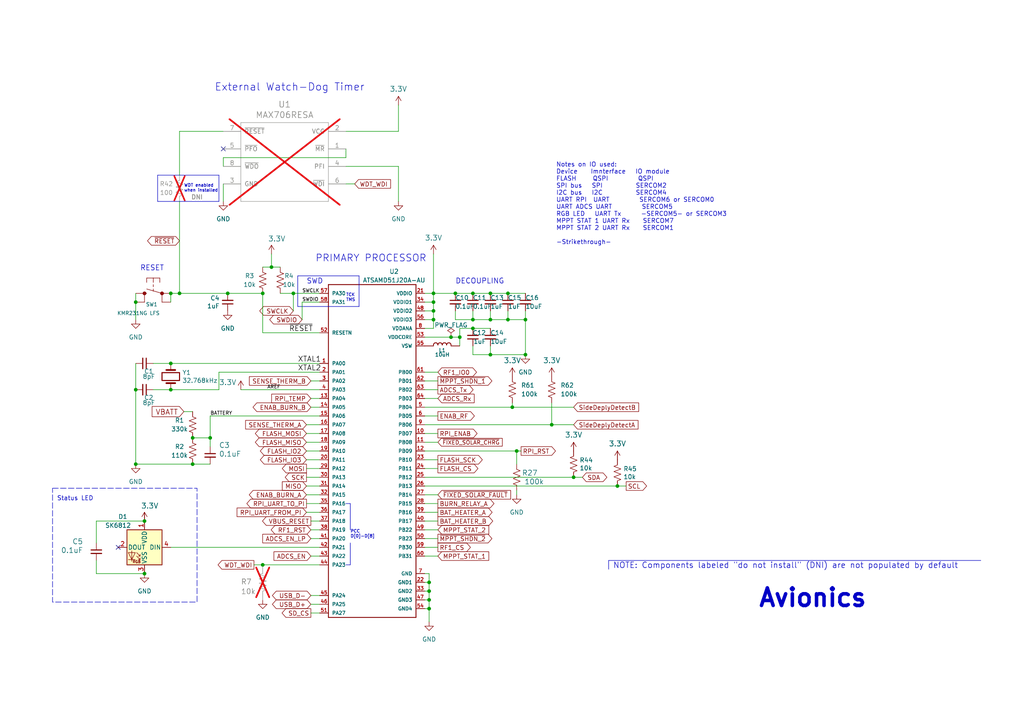
<source format=kicad_sch>
(kicad_sch (version 20230121) (generator eeschema)
  (paper "A4")
  (title_block (title "PyCubed Mainboard") (date "2024-05-14") (rev "v06b") (company "Stanford Student Space Initiative") (comment 1 "Ethan Brinser"))
  (lib_symbols
    (symbol "Device:Crystal" (pin_numbers hide) (pin_names (offset 1.016) hide)
      (property "Reference" "Y" (at 0 3.81 0))
      (property "Value" "Crystal" (at 0 -3.81 0))
      (symbol "Crystal_0_1"
        (rectangle (start -1.143 2.54) (end 1.143 -2.54) (stroke (width 0.3048)))
        (polyline (pts (xy -2.54 0) (xy -1.905 0)))
        (polyline (pts (xy -1.905 -1.27) (xy -1.905 1.27)) (stroke (width 0.508)))
        (polyline (pts (xy 1.905 -1.27) (xy 1.905 1.27)) (stroke (width 0.508)))
        (polyline (pts (xy 2.54 0) (xy 1.905 0)))
      )
      (symbol "Crystal_1_1"
        (pin passive line (at -3.81 0 0) (length 1.27) (name "1") (number "1"))
        (pin passive line (at 3.81 0 180) (length 1.27) (name "2") (number "2"))
      )
    )
    (symbol "Device:R_US" (pin_numbers hide) (pin_names (offset 0))
      (property "Reference" "R" (at 2.54 0 90))
      (property "Value" "R_US" (at -2.54 0 90))
      (symbol "R_US_0_1"
        (polyline (pts (xy 0 -2.286) (xy 0 -2.54)))
        (polyline (pts (xy 0 2.286) (xy 0 2.54)))
        (polyline (pts (xy 0 -0.762) (xy 1.016 -1.143) (xy 0 -1.524) (xy -1.016 -1.905) (xy 0 -2.286)))
        (polyline (pts (xy 0 0.762) (xy 1.016 0.381) (xy 0 0) (xy -1.016 -0.381) (xy 0 -0.762)))
        (polyline (pts (xy 0 2.286) (xy 1.016 1.905) (xy 0 1.524) (xy -1.016 1.143) (xy 0 0.762)))
      )
      (symbol "R_US_1_1"
        (pin passive line (at 0 3.81 270) (length 1.27) (name "~") (number "1"))
        (pin passive line (at 0 -3.81 90) (length 1.27) (name "~") (number "2"))
      )
    )
    (symbol "LED:WS2812B" (pin_names (offset 0.254))
      (property "Reference" "D" (at 5.08 5.715 0))
      (property "Value" "WS2812B" (at 1.27 -5.715 0))
      (symbol "WS2812B_0_0"
        (text "RGB" (at 2.286 -4.191 0) (effects (font (size 0.762 0.762))))
      )
      (symbol "WS2812B_0_1"
        (polyline (pts (xy 1.27 -3.556) (xy 1.778 -3.556)))
        (polyline (pts (xy 1.27 -2.54) (xy 1.778 -2.54)))
        (polyline (pts (xy 4.699 -3.556) (xy 2.667 -3.556)))
        (polyline (pts (xy 2.286 -2.54) (xy 1.27 -3.556) (xy 1.27 -3.048)))
        (polyline (pts (xy 2.286 -1.524) (xy 1.27 -2.54) (xy 1.27 -2.032)))
        (polyline (pts (xy 3.683 -1.016) (xy 3.683 -3.556) (xy 3.683 -4.064)))
        (polyline (pts (xy 4.699 -1.524) (xy 2.667 -1.524) (xy 3.683 -3.556) (xy 4.699 -1.524)))
        (rectangle (start 5.08 5.08) (end -5.08 -5.08) (stroke (width 0.254)) (fill (type background)))
      )
      (symbol "WS2812B_1_1"
        (pin power_in line (at 0 7.62 270) (length 2.54) (name "VDD") (number "1"))
        (pin output line (at 7.62 0 180) (length 2.54) (name "DOUT") (number "2"))
        (pin power_in line (at 0 -7.62 90) (length 2.54) (name "VSS") (number "3"))
        (pin input line (at -7.62 0 0) (length 2.54) (name "DIN") (number "4"))
      )
    )
    (symbol "mainboard:3.3V" (power) (pin_names (offset 1.016))
      (property "Value" "3.3V" (at -1.016 3.556 0))
      (symbol "3.3V_1_0"
        (polyline (pts (xy 0 2.54) (xy -0.762 1.27)))
        (polyline (pts (xy 0.762 1.27) (xy 0 2.54)))
        (pin power_in line (at 0 0 90) (length 2.54) (name "3.3V") (number "1"))
      )
    )
    (symbol "mainboard:ATSAMD51J20A-AU" (pin_names (offset 1.016))
      (property "Reference" "U" (at -12.7254 48.4124 0))
      (property "Value" "ATSAMD51J20A-AU" (at -12.7254 -50.8762 0))
      (symbol "ATSAMD51J20A-AU_0_0"
        (polyline (pts (xy -12.7 -48.26) (xy 12.7 -48.26)) (stroke (width 0.254)))
        (polyline (pts (xy -12.7 48.26) (xy -12.7 -48.26)) (stroke (width 0.254)))
        (polyline (pts (xy 12.7 -48.26) (xy 12.7 48.26)) (stroke (width 0.254)))
        (polyline (pts (xy 12.7 48.26) (xy -12.7 48.26)) (stroke (width 0.254)))
        (pin bidirectional line (at -15.24 25.4 0) (length 2.54) (name "PA00") (number "1"))
        (pin bidirectional line (at 15.24 5.08 180) (length 2.54) (name "PB07") (number "10"))
        (pin bidirectional line (at 15.24 2.54 180) (length 2.54) (name "PB08") (number "11"))
        (pin bidirectional line (at 15.24 0 180) (length 2.54) (name "PB09") (number "12"))
        (pin bidirectional line (at -15.24 15.24 0) (length 2.54) (name "PA04") (number "13"))
        (pin bidirectional line (at -15.24 12.7 0) (length 2.54) (name "PA05") (number "14"))
        (pin bidirectional line (at -15.24 10.16 0) (length 2.54) (name "PA06") (number "15"))
        (pin bidirectional line (at -15.24 7.62 0) (length 2.54) (name "PA07") (number "16"))
        (pin bidirectional line (at -15.24 5.08 0) (length 2.54) (name "PA08") (number "17"))
        (pin bidirectional line (at -15.24 2.54 0) (length 2.54) (name "PA09") (number "18"))
        (pin bidirectional line (at -15.24 0 0) (length 2.54) (name "PA10") (number "19"))
        (pin bidirectional line (at -15.24 22.86 0) (length 2.54) (name "PA01") (number "2"))
        (pin bidirectional line (at -15.24 -2.54 0) (length 2.54) (name "PA11") (number "20"))
        (pin power_in line (at 15.24 45.72 180) (length 2.54) (name "VDDIO") (number "21"))
        (pin power_in line (at 15.24 -38.1 180) (length 2.54) (name "GND1") (number "22"))
        (pin bidirectional line (at 15.24 -2.54 180) (length 2.54) (name "PB10") (number "23"))
        (pin bidirectional line (at 15.24 -5.08 180) (length 2.54) (name "PB11") (number "24"))
        (pin bidirectional line (at 15.24 -7.62 180) (length 2.54) (name "PB12") (number "25"))
        (pin bidirectional line (at 15.24 -10.16 180) (length 2.54) (name "PB13") (number "26"))
        (pin bidirectional line (at 15.24 -12.7 180) (length 2.54) (name "PB14") (number "27"))
        (pin bidirectional line (at 15.24 -15.24 180) (length 2.54) (name "PB15") (number "28"))
        (pin bidirectional line (at -15.24 -5.08 0) (length 2.54) (name "PA12") (number "29"))
        (pin bidirectional line (at -15.24 20.32 0) (length 2.54) (name "PA02") (number "3"))
        (pin bidirectional line (at -15.24 -7.62 0) (length 2.54) (name "PA13") (number "30"))
        (pin bidirectional line (at -15.24 -10.16 0) (length 2.54) (name "PA14") (number "31"))
        (pin bidirectional line (at -15.24 -12.7 0) (length 2.54) (name "PA15") (number "32"))
        (pin power_in line (at 15.24 -40.64 180) (length 2.54) (name "GND2") (number "33"))
        (pin power_in line (at 15.24 43.18 180) (length 2.54) (name "VDDIO1") (number "34"))
        (pin bidirectional line (at -15.24 -15.24 0) (length 2.54) (name "PA16") (number "35"))
        (pin bidirectional line (at -15.24 -17.78 0) (length 2.54) (name "PA17") (number "36"))
        (pin bidirectional line (at -15.24 -20.32 0) (length 2.54) (name "PA18") (number "37"))
        (pin bidirectional line (at -15.24 -22.86 0) (length 2.54) (name "PA19") (number "38"))
        (pin bidirectional line (at 15.24 -17.78 180) (length 2.54) (name "PB16") (number "39"))
        (pin bidirectional line (at -15.24 17.78 0) (length 2.54) (name "PA03") (number "4"))
        (pin bidirectional line (at 15.24 -20.32 180) (length 2.54) (name "PB17") (number "40"))
        (pin bidirectional line (at -15.24 -25.4 0) (length 2.54) (name "PA20") (number "41"))
        (pin bidirectional line (at -15.24 -27.94 0) (length 2.54) (name "PA21") (number "42"))
        (pin bidirectional line (at -15.24 -30.48 0) (length 2.54) (name "PA22") (number "43"))
        (pin bidirectional line (at -15.24 -33.02 0) (length 2.54) (name "PA23") (number "44"))
        (pin bidirectional line (at -15.24 -41.91 0) (length 2.54) (name "PA24") (number "45"))
        (pin bidirectional line (at -15.24 -44.45 0) (length 2.54) (name "PA25") (number "46"))
        (pin power_in line (at 15.24 -43.18 180) (length 2.54) (name "GND3") (number "47"))
        (pin power_in line (at 15.24 40.64 180) (length 2.54) (name "VDDIO2") (number "48"))
        (pin bidirectional line (at 15.24 -22.86 180) (length 2.54) (name "PB22") (number "49"))
        (pin bidirectional line (at 15.24 12.7 180) (length 2.54) (name "PB04") (number "5"))
        (pin bidirectional line (at 15.24 -25.4 180) (length 2.54) (name "PB23") (number "50"))
        (pin bidirectional line (at -15.24 -46.99 0) (length 2.54) (name "PA27") (number "51"))
        (pin input line (at -15.24 34.29 0) (length 2.54) (name "RESETN") (number "52"))
        (pin power_in line (at 15.24 33.02 180) (length 2.54) (name "VDDCORE") (number "53"))
        (pin power_in line (at 15.24 -45.72 180) (length 2.54) (name "GND4") (number "54"))
        (pin power_in line (at 15.24 30.48 180) (length 2.54) (name "VSW") (number "55"))
        (pin power_in line (at 15.24 38.1 180) (length 2.54) (name "VDDIO3") (number "56"))
        (pin bidirectional line (at -15.24 45.72 0) (length 2.54) (name "PA30") (number "57"))
        (pin bidirectional line (at -15.24 43.18 0) (length 2.54) (name "PA31") (number "58"))
        (pin bidirectional line (at 15.24 -27.94 180) (length 2.54) (name "PB30") (number "59"))
        (pin bidirectional line (at 15.24 10.16 180) (length 2.54) (name "PB05") (number "6"))
        (pin bidirectional line (at 15.24 -30.48 180) (length 2.54) (name "PB31") (number "60"))
        (pin bidirectional line (at 15.24 22.86 180) (length 2.54) (name "PB00") (number "61"))
        (pin bidirectional line (at 15.24 20.32 180) (length 2.54) (name "PB01") (number "62"))
        (pin bidirectional line (at 15.24 17.78 180) (length 2.54) (name "PB02") (number "63"))
        (pin bidirectional line (at 15.24 15.24 180) (length 2.54) (name "PB03") (number "64"))
        (pin power_in line (at 15.24 -35.56 180) (length 2.54) (name "GND") (number "7"))
        (pin power_in line (at 15.24 35.56 180) (length 2.54) (name "VDDANA") (number "8"))
        (pin bidirectional line (at 15.24 7.62 180) (length 2.54) (name "PB06") (number "9"))
      )
    )
    (symbol "mainboard:C_Small" (pin_numbers hide) (pin_names (offset 0.254) hide)
      (property "Reference" "C" (at 0.254 1.778 0))
      (property "Value" "C_Small" (at 0.254 -2.032 0))
      (symbol "C_Small_0_1"
        (polyline (pts (xy -1.524 -0.508) (xy 1.524 -0.508)) (stroke (width 0.3302)))
        (polyline (pts (xy -1.524 0.508) (xy 1.524 0.508)) (stroke (width 0.3048)))
      )
      (symbol "C_Small_1_1"
        (pin passive line (at 0 2.54 270) (length 2.032) (name "~") (number "1"))
        (pin passive line (at 0 -2.54 90) (length 2.032) (name "~") (number "2"))
      )
    )
    (symbol "mainboard:INDUCTOR-Adafruit_Feather_M4_Express-eagle-import-lab64_SAM32-rescue-SAMD-10-rescue-SAM32-rescue" (pin_names (offset 1.016))
      (property "Reference" "L" (at 0 2.54 0))
      (property "Value" "INDUCTOR-Adafruit_Feather_M4_Express-eagle-import-lab64_SAM32-rescue-SAMD-10-rescue-SAM32-rescue" (at 0 -1.524 0))
      (symbol "INDUCTOR-Adafruit_Feather_M4_Express-eagle-import-lab64_SAM32-rescue-SAMD-10-rescue-SAM32-rescue_1_0"
        (arc (start -1.27 0.3048) (mid -1.905 0.9149) (end -2.54 0.3048) (stroke (width 0.254)))
        (polyline (pts (xy -2.54 0.3048) (xy -2.54 0)))
        (polyline (pts (xy 2.54 0.3048) (xy 2.54 0)))
        (arc (start 0 0.3048) (mid -0.635 0.9149) (end -1.27 0.3048) (stroke (width 0.254)))
        (arc (start 1.27 0.3048) (mid 0.635 0.9149) (end 0 0.3048) (stroke (width 0.254)))
        (arc (start 2.54 0.3048) (mid 1.905 0.9149) (end 1.27 0.3048) (stroke (width 0.254)))
        (pin passive line (at -5.08 0 0) (length 2.54) (name "1") (number "1"))
        (pin passive line (at 5.08 0 180) (length 2.54) (name "2") (number "2"))
      )
    )
    (symbol "mainboard:KMR231NG LFS" (pin_names (offset 1.016))
      (property "Reference" "SW" (at -2.54 6.35 0))
      (property "Value" "KMR231NG LFS" (at -2.54 -5.08 0))
      (symbol "KMR231NG LFS_1_0"
        (circle (center -2.54 0) (radius 0.127) (stroke (width 0.4064)))
        (polyline (pts (xy -2.54 -2.54) (xy -2.54 0)))
        (polyline (pts (xy -2.54 0) (xy 1.905 1.27)))
        (polyline (pts (xy -1.905 4.445) (xy -1.905 3.175)))
        (polyline (pts (xy 0 1.27) (xy 0 0.635)))
        (polyline (pts (xy 0 2.54) (xy 0 1.905)))
        (polyline (pts (xy 0 4.445) (xy -1.905 4.445)))
        (polyline (pts (xy 0 4.445) (xy 0 3.175)))
        (polyline (pts (xy 1.905 0) (xy 2.54 0)))
        (polyline (pts (xy 1.905 4.445) (xy 0 4.445)))
        (polyline (pts (xy 1.905 4.445) (xy 1.905 3.175)))
        (polyline (pts (xy 2.54 -2.54) (xy 2.54 0)))
        (circle (center 2.54 0) (radius 0.127) (stroke (width 0.4064)))
        (pin passive line (at -5.08 0 0) (length 2.54) (name "P") (number "A"))
        (pin passive line (at -5.08 -2.54 0) (length 2.54) (name "P1") (number "A'"))
        (pin passive line (at 5.08 0 180) (length 2.54) (name "S") (number "B"))
        (pin passive line (at 5.08 -2.54 180) (length 2.54) (name "S1") (number "B'"))
      )
    )
    (symbol "mainboard:MAX708RESA-T" (pin_names (offset 1.016))
      (property "Reference" "U" (at 15.5956 9.1186 0))
      (property "Value" "MAX708RESA-T" (at 14.9606 6.5786 0))
      (symbol "MAX708RESA-T_1_0"
        (polyline (pts (xy 7.62 -17.78) (xy 33.02 -17.78)))
        (polyline (pts (xy 7.62 5.08) (xy 7.62 -17.78)))
        (polyline (pts (xy 33.02 -17.78) (xy 33.02 5.08)))
        (polyline (pts (xy 33.02 5.08) (xy 7.62 5.08)))
        (pin input line (at 2.54 -2.54 0) (length 5.08) (name "~{MR}") (number "1"))
        (pin power_in line (at 2.54 2.54 0) (length 5.08) (name "VCC") (number "2"))
        (pin power_in line (at 38.1 -12.7 180) (length 5.08) (name "GND") (number "3"))
        (pin input line (at 2.54 -7.62 0) (length 5.08) (name "PFI") (number "4"))
        (pin output line (at 38.1 -2.54 180) (length 5.08) (name "~{PFO}") (number "5"))
        (pin input line (at 2.54 -12.7 0) (length 5.08) (name "~{WDI}") (number "6"))
        (pin output line (at 38.1 2.54 180) (length 5.08) (name "~{RESET}") (number "7"))
        (pin output line (at 38.1 -7.62 180) (length 5.08) (name "~{WDO}") (number "8"))
      )
    )
    (symbol "mainboard:R-US_R0603" (pin_names (offset 1.016))
      (property "Reference" "R" (at -3.81 1.4986 0))
      (property "Value" "R-US_R0603" (at -3.81 -3.302 0))
      (symbol "R-US_R0603_1_0"
        (polyline (pts (xy -2.54 0) (xy -2.159 1.016)))
        (polyline (pts (xy -2.159 1.016) (xy -1.524 -1.016)))
        (polyline (pts (xy -1.524 -1.016) (xy -0.889 1.016)))
        (polyline (pts (xy -0.889 1.016) (xy -0.254 -1.016)))
        (polyline (pts (xy -0.254 -1.016) (xy 0.381 1.016)))
        (polyline (pts (xy 0.381 1.016) (xy 1.016 -1.016)))
        (polyline (pts (xy 1.016 -1.016) (xy 1.651 1.016)))
        (polyline (pts (xy 1.651 1.016) (xy 2.286 -1.016)))
        (polyline (pts (xy 2.286 -1.016) (xy 2.54 0)))
        (pin passive line (at -5.08 0 0) (length 2.54) (name "1") (number "1"))
        (pin passive line (at 5.08 0 180) (length 2.54) (name "2") (number "2"))
      )
    )
    (symbol "power:GND" (power) (pin_names (offset 0))
      (property "Value" "GND" (at 0 -3.81 0))
      (symbol "GND_0_1"
        (polyline (pts (xy 0 0) (xy 0 -1.27) (xy 1.27 -1.27) (xy 0 -2.54) (xy -1.27 -1.27) (xy 0 -1.27)))
      )
      (symbol "GND_1_1"
        (pin power_in line (at 0 0 270) (length 0) hide (name "GND") (number "1"))
      )
    )
    (symbol "power:PWR_FLAG" (power) (pin_numbers hide) (pin_names (offset 0) hide)
      (property "Value" "PWR_FLAG" (at 0 3.81 0))
      (symbol "PWR_FLAG_0_0"
        (pin power_out line (at 0 0 90) (length 0) (name "pwr") (number "1"))
      )
      (symbol "PWR_FLAG_0_1"
        (polyline (pts (xy 0 0) (xy 0 1.27) (xy -1.016 1.905) (xy 0 2.54) (xy 1.016 1.905) (xy 0 1.27)))
      )
    )
  )
  (junction (at 179.07 140.97))
  (junction (at 55.88 134.62))
  (junction (at 85.09 85.09))
  (junction (at 66.04 85.09))
  (junction (at 132.08 85.09))
  (junction (at 49.53 85.09))
  (junction (at 137.16 92.71))
  (junction (at 149.86 130.81))
  (junction (at 76.2 85.09))
  (junction (at 39.37 87.63))
  (junction (at 147.32 85.09))
  (junction (at 41.91 151.13))
  (junction (at 124.46 171.45))
  (junction (at 124.46 173.99))
  (junction (at 78.74 77.47))
  (junction (at 148.59 118.11))
  (junction (at 125.73 87.63))
  (junction (at 60.96 127))
  (junction (at 124.46 168.91))
  (junction (at 152.4 102.87))
  (junction (at 125.73 90.17))
  (junction (at 52.07 85.09))
  (junction (at 55.88 127))
  (junction (at 142.24 102.87))
  (junction (at 49.53 105.41))
  (junction (at 147.32 92.71))
  (junction (at 39.37 134.62))
  (junction (at 142.24 92.71))
  (junction (at 130.81 97.79))
  (junction (at 133.35 97.79))
  (junction (at 49.53 113.03))
  (junction (at 137.16 95.25))
  (junction (at 124.46 176.53))
  (junction (at 142.24 85.09))
  (junction (at 152.4 92.71))
  (junction (at 125.73 92.71))
  (junction (at 41.91 166.37))
  (junction (at 39.37 113.03))
  (junction (at 166.37 138.43))
  (junction (at 125.73 85.09))
  (junction (at 76.2 163.83))
  (junction (at 160.02 123.19))
  (junction (at 137.16 85.09))
  (no_connect (at 64.77 43.18))
  (no_connect (at 34.29 158.75))
  (wire (pts (xy 78.74 77.47) (xy 81.28 77.47)))
  (wire (pts (xy 123.19 120.65) (xy 127 120.65)))
  (wire (pts (xy 152.4 92.71) (xy 152.4 102.87)))
  (wire (pts (xy 90.17 118.11) (xy 92.71 118.11)))
  (wire (pts (xy 123.19 130.81) (xy 149.86 130.81)))
  (wire (pts (xy 125.73 85.09) (xy 132.08 85.09)))
  (wire (pts (xy 88.9 146.05) (xy 92.71 146.05)))
  (wire (pts (xy 44.45 113.03) (xy 49.53 113.03)))
  (wire (pts (xy 27.94 151.13) (xy 41.91 151.13)))
  (wire (pts (xy 39.37 105.41) (xy 39.37 113.03)))
  (wire (pts (xy 125.73 95.25) (xy 125.73 92.71)))
  (wire (pts (xy 52.07 38.1) (xy 52.07 50.8)))
  (wire (pts (xy 123.19 171.45) (xy 124.46 171.45)))
  (wire (pts (xy 137.16 85.09) (xy 142.24 85.09)))
  (wire (pts (xy 85.09 90.17) (xy 85.09 85.09)))
  (polyline (pts (xy 176.53 165.1) (xy 176.53 162.56)))
  (wire (pts (xy 64.77 48.26) (xy 64.77 45.72)))
  (wire (pts (xy 78.74 73.66) (xy 78.74 77.47)))
  (wire (pts (xy 52.07 85.09) (xy 66.04 85.09)))
  (wire (pts (xy 115.57 48.26) (xy 115.57 58.42)))
  (wire (pts (xy 123.19 166.37) (xy 124.46 166.37)))
  (wire (pts (xy 90.17 153.67) (xy 92.71 153.67)))
  (wire (pts (xy 27.94 166.37) (xy 41.91 166.37)))
  (polyline (pts (xy 101.6 163.83) (xy 101.6 157.48)))
  (wire (pts (xy 55.88 127) (xy 60.96 127)))
  (polyline (pts (xy 63.5 50.8) (xy 63.5 58.42)))
  (wire (pts (xy 123.19 168.91) (xy 124.46 168.91)))
  (wire (pts (xy 85.09 85.09) (xy 92.71 85.09)))
  (wire (pts (xy 123.19 85.09) (xy 125.73 85.09)))
  (wire (pts (xy 137.16 102.87) (xy 142.24 102.87)))
  (wire (pts (xy 147.32 92.71) (xy 152.4 92.71)))
  (wire (pts (xy 60.96 127) (xy 60.96 120.65)))
  (wire (pts (xy 49.53 158.75) (xy 92.71 158.75)))
  (wire (pts (xy 181.61 140.97) (xy 179.07 140.97)))
  (wire (pts (xy 142.24 100.33) (xy 142.24 102.87)))
  (wire (pts (xy 142.24 102.87) (xy 152.4 102.87)))
  (wire (pts (xy 102.87 53.34) (xy 100.33 53.34)))
  (wire (pts (xy 133.35 97.79) (xy 133.35 100.33)))
  (wire (pts (xy 132.08 90.17) (xy 132.08 92.71)))
  (wire (pts (xy 52.07 58.42) (xy 52.07 85.09)))
  (wire (pts (xy 148.59 118.11) (xy 166.37 118.11)))
  (wire (pts (xy 127 128.27) (xy 123.19 128.27)))
  (polyline (pts (xy 86.36 88.9) (xy 104.14 88.9)))
  (wire (pts (xy 123.19 138.43) (xy 166.37 138.43)))
  (wire (pts (xy 127 133.35) (xy 123.19 133.35)))
  (wire (pts (xy 27.94 162.56) (xy 27.94 166.37)))
  (wire (pts (xy 125.73 90.17) (xy 125.73 87.63)))
  (wire (pts (xy 123.19 151.13) (xy 127 151.13)))
  (wire (pts (xy 123.19 140.97) (xy 179.07 140.97)))
  (wire (pts (xy 76.2 163.83) (xy 73.66 163.83)))
  (wire (pts (xy 39.37 85.09) (xy 39.37 87.63)))
  (wire (pts (xy 100.33 45.72) (xy 100.33 43.18)))
  (wire (pts (xy 123.19 176.53) (xy 124.46 176.53)))
  (polyline (pts (xy 104.14 88.9) (xy 104.14 80.01)))
  (wire (pts (xy 149.86 130.81) (xy 149.86 134.62)))
  (wire (pts (xy 49.53 105.41) (xy 92.71 105.41)))
  (wire (pts (xy 127 125.73) (xy 123.19 125.73)))
  (wire (pts (xy 168.91 138.43) (xy 166.37 138.43)))
  (wire (pts (xy 44.45 105.41) (xy 49.53 105.41)))
  (polyline (pts (xy 100.33 163.83) (xy 101.6 163.83)))
  (wire (pts (xy 123.19 90.17) (xy 125.73 90.17)))
  (wire (pts (xy 81.28 85.09) (xy 85.09 85.09)))
  (wire (pts (xy 88.9 138.43) (xy 92.71 138.43)))
  (wire (pts (xy 130.81 97.79) (xy 133.35 97.79)))
  (wire (pts (xy 92.71 172.72) (xy 90.17 172.72)))
  (wire (pts (xy 87.63 87.63) (xy 92.71 87.63)))
  (wire (pts (xy 90.17 115.57) (xy 92.71 115.57)))
  (wire (pts (xy 152.4 90.17) (xy 152.4 92.71)))
  (wire (pts (xy 124.46 176.53) (xy 124.46 180.34)))
  (wire (pts (xy 123.19 87.63) (xy 125.73 87.63)))
  (wire (pts (xy 49.53 85.09) (xy 52.07 85.09)))
  (wire (pts (xy 76.2 96.52) (xy 76.2 85.09)))
  (wire (pts (xy 92.71 133.35) (xy 88.9 133.35)))
  (wire (pts (xy 66.04 85.09) (xy 76.2 85.09)))
  (wire (pts (xy 76.2 77.47) (xy 78.74 77.47)))
  (wire (pts (xy 88.9 130.81) (xy 92.71 130.81)))
  (wire (pts (xy 55.88 134.62) (xy 39.37 134.62)))
  (wire (pts (xy 142.24 92.71) (xy 142.24 90.17)))
  (wire (pts (xy 123.19 146.05) (xy 127 146.05)))
  (wire (pts (xy 125.73 87.63) (xy 125.73 85.09)))
  (wire (pts (xy 100.33 48.26) (xy 115.57 48.26)))
  (wire (pts (xy 148.59 116.84) (xy 148.59 118.11)))
  (wire (pts (xy 92.71 96.52) (xy 76.2 96.52)))
  (wire (pts (xy 49.53 113.03) (xy 63.5 113.03)))
  (polyline (pts (xy 101.6 146.05) (xy 101.6 153.67)))
  (wire (pts (xy 87.63 87.63) (xy 87.63 92.71)))
  (polyline (pts (xy 104.14 80.01) (xy 86.36 80.01)))
  (wire (pts (xy 39.37 87.63) (xy 39.37 92.71)))
  (wire (pts (xy 123.19 123.19) (xy 160.02 123.19)))
  (wire (pts (xy 90.17 110.49) (xy 92.71 110.49)))
  (wire (pts (xy 115.57 38.1) (xy 100.33 38.1)))
  (wire (pts (xy 123.19 143.51) (xy 127 143.51)))
  (wire (pts (xy 149.86 130.81) (xy 151.13 130.81)))
  (wire (pts (xy 88.9 128.27) (xy 92.71 128.27)))
  (wire (pts (xy 123.19 156.21) (xy 127 156.21)))
  (wire (pts (xy 90.17 151.13) (xy 92.71 151.13)))
  (wire (pts (xy 123.19 95.25) (xy 125.73 95.25)))
  (wire (pts (xy 123.19 161.29) (xy 127 161.29)))
  (wire (pts (xy 88.9 123.19) (xy 92.71 123.19)))
  (wire (pts (xy 133.35 97.79) (xy 133.35 95.25)))
  (wire (pts (xy 123.19 115.57) (xy 127 115.57)))
  (wire (pts (xy 90.17 161.29) (xy 92.71 161.29)))
  (wire (pts (xy 123.19 153.67) (xy 127 153.67)))
  (polyline (pts (xy 100.33 146.05) (xy 101.6 146.05)))
  (wire (pts (xy 115.57 38.1) (xy 115.57 30.48)))
  (wire (pts (xy 92.71 143.51) (xy 88.9 143.51)))
  (wire (pts (xy 63.5 113.03) (xy 63.5 107.95)))
  (polyline (pts (xy 86.36 80.01) (xy 86.36 88.9)))
  (wire (pts (xy 90.17 177.8) (xy 92.71 177.8)))
  (wire (pts (xy 123.19 148.59) (xy 127 148.59)))
  (wire (pts (xy 147.32 90.17) (xy 147.32 92.71)))
  (wire (pts (xy 88.9 125.73) (xy 92.71 125.73)))
  (polyline (pts (xy 45.72 58.42) (xy 45.72 50.8)))
  (wire (pts (xy 63.5 107.95) (xy 92.71 107.95)))
  (polyline (pts (xy 63.5 58.42) (xy 45.72 58.42)))
  (wire (pts (xy 123.19 113.03) (xy 127 113.03)))
  (wire (pts (xy 92.71 163.83) (xy 76.2 163.83)))
  (wire (pts (xy 123.19 97.79) (xy 130.81 97.79)))
  (polyline (pts (xy 176.53 162.56) (xy 284.48 162.56)))
  (wire (pts (xy 92.71 175.26) (xy 90.17 175.26)))
  (wire (pts (xy 88.9 148.59) (xy 92.71 148.59)))
  (wire (pts (xy 124.46 168.91) (xy 124.46 171.45)))
  (wire (pts (xy 147.32 85.09) (xy 152.4 85.09)))
  (wire (pts (xy 149.86 142.24) (xy 149.86 143.51)))
  (wire (pts (xy 124.46 166.37) (xy 124.46 168.91)))
  (wire (pts (xy 137.16 95.25) (xy 142.24 95.25)))
  (wire (pts (xy 124.46 173.99) (xy 124.46 176.53)))
  (wire (pts (xy 137.16 90.17) (xy 137.16 92.71)))
  (wire (pts (xy 125.73 92.71) (xy 125.73 90.17)))
  (wire (pts (xy 127 135.89) (xy 123.19 135.89)))
  (wire (pts (xy 49.53 87.63) (xy 49.53 85.09)))
  (wire (pts (xy 88.9 140.97) (xy 92.71 140.97)))
  (wire (pts (xy 160.02 116.84) (xy 160.02 123.19)))
  (wire (pts (xy 64.77 38.1) (xy 52.07 38.1)))
  (wire (pts (xy 142.24 92.71) (xy 147.32 92.71)))
  (wire (pts (xy 123.19 158.75) (xy 127 158.75)))
  (wire (pts (xy 39.37 113.03) (xy 39.37 134.62)))
  (wire (pts (xy 69.85 113.03) (xy 92.71 113.03)))
  (wire (pts (xy 142.24 92.71) (xy 137.16 92.71)))
  (wire (pts (xy 133.35 95.25) (xy 137.16 95.25)))
  (wire (pts (xy 124.46 171.45) (xy 124.46 173.99)))
  (wire (pts (xy 53.34 119.38) (xy 55.88 119.38)))
  (wire (pts (xy 60.96 120.65) (xy 92.71 120.65)))
  (wire (pts (xy 123.19 173.99) (xy 124.46 173.99)))
  (wire (pts (xy 137.16 102.87) (xy 137.16 100.33)))
  (wire (pts (xy 88.9 135.89) (xy 92.71 135.89)))
  (wire (pts (xy 142.24 85.09) (xy 147.32 85.09)))
  (wire (pts (xy 123.19 118.11) (xy 148.59 118.11)))
  (wire (pts (xy 132.08 85.09) (xy 137.16 85.09)))
  (wire (pts (xy 60.96 129.54) (xy 60.96 127)))
  (wire (pts (xy 27.94 151.13) (xy 27.94 157.48)))
  (wire (pts (xy 123.19 107.95) (xy 127 107.95)))
  (wire (pts (xy 160.02 123.19) (xy 166.37 123.19)))
  (wire (pts (xy 64.77 45.72) (xy 100.33 45.72)))
  (wire (pts (xy 125.73 85.09) (xy 125.73 73.66)))
  (wire (pts (xy 123.19 92.71) (xy 125.73 92.71)))
  (wire (pts (xy 60.96 134.62) (xy 55.88 134.62)))
  (polyline (pts (xy 45.72 50.8) (xy 63.5 50.8)))
  (wire (pts (xy 64.77 53.34) (xy 64.77 58.42)))
  (wire (pts (xy 137.16 92.71) (xy 132.08 92.71)))
  (wire (pts (xy 90.17 156.21) (xy 92.71 156.21)))
  (wire (pts (xy 123.19 110.49) (xy 127 110.49)))
  (rectangle (start 15.24 141.605) (end 57.15 174.625) (stroke (width 0) (type dash)))
  (text "PRIMARY PROCESSOR" (at 91.44 76.2 0) (effects (font (size 2.0066 2.0066)) (justify left bottom)))
  (text "SWD\n" (at 88.9 82.55 0) (effects (font (size 1.4986 1.4986)) (justify left bottom)))
  (text "Avionics" (at 219.71 176.53 0) (effects (font (size 5.08 5.08) (thickness 1.016) bold) (justify left bottom)))
  (text "PCC\nD[0]-D[8]" (at 101.6 156.21 0) (effects (font (size 0.889 0.889)) (justify left bottom)))
  (text "NOTE: Components labeled \"do not install\" (DNI) are not populated by default" (at 177.8 165.1 0) (effects (font (size 1.651 1.651)) (justify left bottom)))
  (text "TCK\nTMS" (at 100.33 87.63 0) (effects (font (size 0.889 0.889)) (justify left bottom)))
  (text "Notes on IO used:\nDevice    Imnterface   IO module\nFLASH     QSPI         QSPI\nSPI bus   SPI          SERCOM2\nI2C bus   I2C          SERCOM4\nUART RPI  UART         SERCOM6 or SERCOM0\nUART ADCS UART         SERCOM5\nRGB LED   UART Tx      -SERCOM5- or SERCOM3\nMPPT STAT 1 UART Rx    SERCOM7\nMPPT STAT 2 UART Rx    SERCOM1\n\n-Strikethrough-" (at 161.29 71.12 0) (effects (font (size 1.27 1.27)) (justify left bottom)))
  (text "RESET" (at 40.64 78.74 0) (effects (font (size 1.4986 1.4986)) (justify left bottom)))
  (text "WDT enabled\nwhen installed" (at 53.34 55.88 0) (effects (font (size 0.889 0.889)) (justify left bottom)))
  (text "Status LED" (at 16.51 145.415 0) (effects (font (size 1.27 1.27)) (justify left bottom)))
  (text "External Watch-Dog Timer" (at 62.23 26.67 0) (effects (font (size 2.159 2.159)) (justify left bottom)))
  (text "DECOUPLING\n" (at 132.08 82.55 0) (effects (font (size 1.4986 1.4986)) (justify left bottom)))
  (label "~{RESET}" (at 83.82 96.52 0) (effects (font (size 1.4986 1.4986))))
  (label "SWDIO" (at 87.63 87.63 0) (effects (font (size 0.9906 0.9906))))
  (label "XTAL2" (at 86.36 107.95 0) (effects (font (size 1.524 1.524))))
  (label "XTAL1" (at 86.36 105.41 0) (effects (font (size 1.524 1.524))))
  (label "BATTERY" (at 60.96 120.65 0) (effects (font (size 1.016 1.016))))
  (label "AREF" (at 77.47 113.03 0) (effects (font (size 1.016 1.016))))
  (label "SWCLK" (at 87.63 85.09 0) (effects (font (size 0.9906 0.9906))))
  (global_label "VBUS_RESET" (shape output) (at 90.17 151.13 180) (property "Intersheetrefs" "${INTERSHEET_REFS}" (effects hide)))
  (global_label "~{FIXED_SOLAR_CHRG}" (shape input) (at 127 128.27 0) (effects (font (size 1.143 1.143))) (property "Intersheetrefs" "${INTERSHEET_REFS}" (effects hide)))
  (global_label "~{FIXED_SOLAR_FAULT}" (shape input) (at 127 143.51 0) (property "Intersheetrefs" "${INTERSHEET_REFS}" (effects hide)))
  (global_label "USB_D+" (shape bidirectional) (at 90.17 175.26 180) (property "Intersheetrefs" "${INTERSHEET_REFS}" (effects hide)))
  (global_label "MISO" (shape input) (at 88.9 140.97 180) (property "Intersheetrefs" "${INTERSHEET_REFS}" (effects hide)))
  (global_label "ENAB_BURN_B" (shape bidirectional) (at 90.17 118.11 180) (property "Intersheetrefs" "${INTERSHEET_REFS}" (effects hide)))
  (global_label "ADCS_EN" (shape input) (at 90.17 161.29 180) (property "Intersheetrefs" "${INTERSHEET_REFS}" (effects hide)))
  (global_label "ENAB_RF" (shape output) (at 127 120.65 0) (property "Intersheetrefs" "${INTERSHEET_REFS}" (effects hide)))
  (global_label "RPI_TEMP" (shape input) (at 90.17 115.57 180) (property "Intersheetrefs" "${INTERSHEET_REFS}" (effects hide)))
  (global_label "SCK" (shape output) (at 88.9 138.43 180) (property "Intersheetrefs" "${INTERSHEET_REFS}" (effects hide)))
  (global_label "RF1_RST" (shape bidirectional) (at 90.17 153.67 180) (property "Intersheetrefs" "${INTERSHEET_REFS}" (effects hide)))
  (global_label "~{MPPT_SHDN_1}" (shape output) (at 127 110.49 0) (property "Intersheetrefs" "${INTERSHEET_REFS}" (effects hide)))
  (global_label "ADCS_Tx" (shape output) (at 127 113.03 0) (property "Intersheetrefs" "${INTERSHEET_REFS}" (effects hide)))
  (global_label "BURN_RELAY_A" (shape output) (at 127 146.05 0) (property "Intersheetrefs" "${INTERSHEET_REFS}" (effects hide)))
  (global_label "ENAB_BURN_A" (shape bidirectional) (at 88.9 143.51 180) (property "Intersheetrefs" "${INTERSHEET_REFS}" (effects hide)))
  (global_label "FLASH_IO3" (shape bidirectional) (at 88.9 133.35 180) (property "Intersheetrefs" "${INTERSHEET_REFS}" (effects hide)))
  (global_label "RF1_CS" (shape output) (at 127 158.75 0) (property "Intersheetrefs" "${INTERSHEET_REFS}" (effects hide)))
  (global_label "MPPT_STAT_1" (shape input) (at 127 161.29 0) (property "Intersheetrefs" "${INTERSHEET_REFS}" (effects hide)))
  (global_label "WDT_WDI" (shape output) (at 73.66 163.83 180) (property "Intersheetrefs" "${INTERSHEET_REFS}" (effects hide)))
  (global_label "SD_CS" (shape output) (at 90.17 177.8 180) (property "Intersheetrefs" "${INTERSHEET_REFS}" (effects hide)))
  (global_label "WDT_WDI" (shape input) (at 102.87 53.34 0) (property "Intersheetrefs" "${INTERSHEET_REFS}" (effects hide)))
  (global_label "SWDIO" (shape bidirectional) (at 87.63 92.71 180) (property "Intersheetrefs" "${INTERSHEET_REFS}" (effects hide)))
  (global_label "VBATT" (shape input) (at 53.34 119.38 180) (effects (font (size 1.4986 1.4986))) (property "Intersheetrefs" "${INTERSHEET_REFS}" (effects hide)))
  (global_label "~{MPPT_SHDN_2}" (shape output) (at 127 156.21 0) (property "Intersheetrefs" "${INTERSHEET_REFS}" (effects hide)))
  (global_label "SWCLK" (shape bidirectional) (at 85.09 90.17 180) (property "Intersheetrefs" "${INTERSHEET_REFS}" (effects hide)))
  (global_label "~{RESET}" (shape bidirectional) (at 52.07 69.85 180) (property "Intersheetrefs" "${INTERSHEET_REFS}" (effects hide)))
  (global_label "FLASH_MISO" (shape bidirectional) (at 88.9 128.27 180) (property "Intersheetrefs" "${INTERSHEET_REFS}" (effects hide)))
  (global_label "ADCS_Rx" (shape input) (at 127 115.57 0) (property "Intersheetrefs" "${INTERSHEET_REFS}" (effects hide)))
  (global_label "SCL" (shape output) (at 181.61 140.97 0) (property "Intersheetrefs" "${INTERSHEET_REFS}" (effects hide)))
  (global_label "RPI_UART_FROM_PI" (shape input) (at 88.9 148.59 180) (property "Intersheetrefs" "${INTERSHEET_REFS}" (effects hide)))
  (global_label "FLASH_SCK" (shape output) (at 127 133.35 0) (property "Intersheetrefs" "${INTERSHEET_REFS}" (effects hide)))
  (global_label "BAT_HEATER_B" (shape output) (at 127 151.13 0) (property "Intersheetrefs" "${INTERSHEET_REFS}" (effects hide)))
  (global_label "SDA" (shape bidirectional) (at 168.91 138.43 0) (property "Intersheetrefs" "${INTERSHEET_REFS}" (effects hide)))
  (global_label "MPPT_STAT_2" (shape input) (at 127 153.67 0) (property "Intersheetrefs" "${INTERSHEET_REFS}" (effects hide)))
  (global_label "FLASH_MOSI" (shape bidirectional) (at 88.9 125.73 180) (property "Intersheetrefs" "${INTERSHEET_REFS}" (effects hide)))
  (global_label "RPI_RST" (shape output) (at 151.13 130.81 0) (property "Intersheetrefs" "${INTERSHEET_REFS}" (effects hide)))
  (global_label "BAT_HEATER_A" (shape output) (at 127 148.59 0) (property "Intersheetrefs" "${INTERSHEET_REFS}" (effects hide)))
  (global_label "SENSE_THERM_B" (shape input) (at 90.17 110.49 180) (property "Intersheetrefs" "${INTERSHEET_REFS}" (effects hide)))
  (global_label "ADCS_EN_LP" (shape input) (at 90.17 156.21 180) (property "Intersheetrefs" "${INTERSHEET_REFS}" (effects hide)))
  (global_label "RPI_UART_TO_PI" (shape output) (at 88.9 146.05 180) (property "Intersheetrefs" "${INTERSHEET_REFS}" (effects hide)))
  (global_label "RF1_IO0" (shape bidirectional) (at 127 107.95 0) (property "Intersheetrefs" "${INTERSHEET_REFS}" (effects hide)))
  (global_label "SENSE_THERM_A" (shape input) (at 88.9 123.19 180) (property "Intersheetrefs" "${INTERSHEET_REFS}" (effects hide)))
  (global_label "RPI_ENAB" (shape output) (at 127 125.73 0) (property "Intersheetrefs" "${INTERSHEET_REFS}" (effects hide)))
  (global_label "SideDeplyDetectA" (shape input) (at 166.37 123.19 0) (property "Intersheetrefs" "${INTERSHEET_REFS}" (effects hide)))
  (global_label "MOSI" (shape output) (at 88.9 135.89 180) (property "Intersheetrefs" "${INTERSHEET_REFS}" (effects hide)))
  (global_label "FLASH_IO2" (shape bidirectional) (at 88.9 130.81 180) (property "Intersheetrefs" "${INTERSHEET_REFS}" (effects hide)))
  (global_label "SideDeplyDetectB" (shape input) (at 166.37 118.11 0) (property "Intersheetrefs" "${INTERSHEET_REFS}" (effects hide)))
  (global_label "USB_D-" (shape bidirectional) (at 90.17 172.72 180) (property "Intersheetrefs" "${INTERSHEET_REFS}" (effects hide)))
  (global_label "FLASH_CS" (shape output) (at 127 135.89 0) (property "Intersheetrefs" "${INTERSHEET_REFS}" (effects hide)))
  (symbol (lib_id "mainboard:3.3V") (at 115.57 30.48 0) (mirror y) (unit 1)
    (property "Reference" "#SUPPLY01" (effects hide))
    (property "Value" "3.3V" (at 118.11 26.67 0) (effects (font (size 1.4986 1.4986)) (justify left bottom)))
  )
  (symbol (lib_id "mainboard:C_Small") (at 152.4 87.63 0) (unit 1)
    (property "Reference" "C16" (at 152.4 86.36 0) (effects (justify left)))
    (property "Value" "10uF" (at 152.4 88.9 0) (effects (justify left)))
    (property "Footprint" "Capacitor_SMD:C_0603_1608Metric" (effects hide))
    (property "Description" "10uF +-20% 10V X5R" (effects hide))
  )
  (symbol (lib_id "mainboard:C_Small") (at 147.32 87.63 0) (unit 1)
    (property "Reference" "C15" (at 147.32 86.36 0) (effects (justify left)))
    (property "Value" "1uF" (at 147.32 88.9 0) (effects (justify left)))
    (property "Footprint" "Capacitor_SMD:C_0603_1608Metric" (effects hide))
    (property "Description" "1uF 0603 X7R" (effects hide))
  )
  (symbol (lib_id "mainboard:C_Small") (at 142.24 87.63 0) (unit 1)
    (property "Reference" "C13" (at 142.24 86.36 0) (effects (justify left)))
    (property "Value" "1uF" (at 142.24 88.9 0) (effects (justify left)))
    (property "Footprint" "Capacitor_SMD:C_0603_1608Metric" (effects hide))
    (property "Description" "1uF 0603 X7R" (effects hide))
  )
  (symbol (lib_id "mainboard:C_Small") (at 66.04 87.63 0) (mirror x) (unit 1)
    (property "Reference" "C4" (at 63.7032 86.4616 0) (effects (justify right)))
    (property "Value" "1uF" (at 63.7032 88.773 0) (effects (justify right)))
    (property "Footprint" "Capacitor_SMD:C_0603_1608Metric" (effects hide))
    (property "Description" "1uF 0603 X7R" (effects hide))
  )
  (symbol (lib_id "mainboard:C_Small") (at 137.16 97.79 0) (mirror x) (unit 1)
    (property "Reference" "C12" (at 140.97 96.52 0) (effects (justify right)))
    (property "Value" "1uF" (at 140.97 99.06 0) (effects (justify right)))
    (property "Footprint" "Capacitor_SMD:C_0603_1608Metric" (effects hide))
    (property "Description" "1uF 0603 X7R" (effects hide))
  )
  (symbol (lib_id "mainboard:INDUCTOR-Adafruit_Feather_M4_Express-eagle-import-lab64_SAM32-rescue-SAMD-10-rescue-SAM32-rescue") (at 128.27 100.33 0) (mirror y) (unit 1)
    (property "Reference" "L1" (at 128.27 101.6 0) (effects (font (size 1.0668 1.0668))))
    (property "Value" "10uH" (at 128.27 102.87 0) (effects (font (size 1.0668 1.0668))))
    (property "Footprint" "Inductor_SMD:L_0805_2012Metric_Pad1.15x1.40mm_HandSolder" (effects hide))
    (property "Description" "10uH Unshielded 0805" (effects hide))
    (property "Flight" "MGFL2012F100MT-LF" (effects hide))
    (property "Manufacturer_Name" "MicroGate" (effects hide))
    (property "Manufacturer_Part_Number" "MGFL2012F100MT-LF" (effects hide))
    (property "Proto" "MGFL2012F100MT-LF" (effects hide))
  )
  (symbol (lib_id "mainboard:C_Small") (at 142.24 97.79 0) (mirror y) (unit 1)
    (property "Reference" "C14" (at 142.24 96.52 0) (effects (justify right)))
    (property "Value" "10uF" (at 142.24 99.06 0) (effects (justify right)))
    (property "Footprint" "Capacitor_SMD:C_0603_1608Metric" (effects hide))
    (property "Description" "10uF +-20% 10V X5R" (effects hide))
  )
  (symbol (lib_id "mainboard:KMR231NG LFS") (at 44.45 85.09 0) (mirror y) (unit 1)
    (property "Reference" "SW1" (at 45.72 88.9 0) (effects (font (size 1.0668 1.0668)) (justify left bottom)))
    (property "Value" "KMR231NG LFS" (at 46.355 91.44 0) (effects (font (size 1.0668 1.0668)) (justify left bottom)))
    (property "Footprint" "mainboard:BTN_KMR2_4.6X2.8" (effects hide))
    (property "Datasheet" "https://www.ckswitches.com/media/1479/kmr2.pdf" (effects hide))
    (property "Description" "Tactile Switch SPST-NO" (effects hide))
    (property "Flight" "KMR231NG LFS" (effects hide))
    (property "Manufacturer_Name" "C&K" (effects hide))
    (property "Manufacturer_Part_Number" "KMR231NG LFS" (effects hide))
    (property "Proto" "KMR231NG LFS" (effects hide))
  )
  (symbol (lib_id "mainboard:C_Small") (at 41.91 105.41 270) (mirror x) (unit 1)
    (property "Reference" "C1" (at 43.1546 107.696 90))
    (property "Value" "8pF" (at 43.18 109.22 90))
    (property "Footprint" "Capacitor_SMD:C_0603_1608Metric" (effects hide))
    (property "Description" "8pF +-0.25pF 50V C0G 0603" (effects hide))
  )
  (symbol (lib_id "mainboard:C_Small") (at 41.91 113.03 270) (mirror x) (unit 1)
    (property "Reference" "C2" (at 43.1546 115.316 90))
    (property "Value" "8pF" (at 43.18 116.84 90))
    (property "Footprint" "Capacitor_SMD:C_0603_1608Metric" (effects hide))
    (property "Description" "8pF +-0.25pF 50V C0G 0603" (effects hide))
  )
  (symbol (lib_id "Device:R_US") (at 55.88 123.19 0) (unit 1)
    (property "Reference" "R1" (at 52.07 121.92 0))
    (property "Value" "330k" (at 52.07 124.46 0))
    (property "Footprint" "Resistor_SMD:R_0603_1608Metric" (effects hide))
    (property "Description" "316K 0603" (effects hide))
  )
  (symbol (lib_id "Device:R_US") (at 81.28 81.28 0) (unit 1)
    (property "Reference" "R4" (at 83.82 80.01 0))
    (property "Value" "10k" (at 83.82 82.55 0))
    (property "Footprint" "Resistor_SMD:R_0603_1608Metric" (effects hide))
    (property "Description" "10K 0603" (effects hide))
  )
  (symbol (lib_id "Device:R_US") (at 76.2 81.28 0) (unit 1)
    (property "Reference" "R3" (at 72.39 80.01 0))
    (property "Value" "10k" (at 72.39 82.55 0))
    (property "Footprint" "Resistor_SMD:R_0603_1608Metric" (effects hide))
    (property "Description" "10K 0603" (effects hide))
  )
  (symbol (lib_id "Device:R_US") (at 55.88 130.81 180) (unit 1)
    (property "Reference" "R2" (at 52.07 129.54 0))
    (property "Value" "110k" (at 52.07 132.08 0))
    (property "Footprint" "Resistor_SMD:R_0603_1608Metric" (effects hide))
    (property "Description" "110K 0603" (effects hide))
  )
  (symbol (lib_id "mainboard:ATSAMD51J20A-AU") (at 107.95 130.81 0) (unit 1)
    (property "Reference" "U2" (at 114.3 78.74 0))
    (property "Value" "ATSAMD51J20A-AU" (at 114.3 81.28 0))
    (property "Footprint" "mainboard:QFP50P1200X1200X120-64N" (effects hide))
    (property "Datasheet" "https://ww1.microchip.com/downloads/aemDocuments/documents/MCU32/ProductDocuments/DataSheets/SAM-D5x-E5x-Family-Data-Sheet-DS60001507.pdf" (effects hide))
    (property "Description" "Microcontroller" (effects hide))
    (property "Flight" "ATSAMD51J20A-AU" (effects hide))
    (property "Manufacturer_Name" "Microchip Technology" (effects hide))
    (property "Manufacturer_Part_Number" "ATSAMD51J20A-AU" (effects hide))
    (property "Proto" "ATSAMD51J20A-AU" (effects hide))
    (property "Field4" "120MHZ 1024KB Flash 64 TQFP PKG inTray 85CTemp, 64 TQFP 10x10x1mm TRAY" (effects hide))
    (property "Field5" "TQFP-64 Microchip" (effects hide))
    (property "Field6" "None" (effects hide))
    (property "Field7" "ATSAMD51J20A-AU" (effects hide))
    (property "Field8" "Unavailable" (effects hide))
  )
  (symbol (lib_id "mainboard:C_Small") (at 137.16 87.63 0) (unit 1)
    (property "Reference" "C11" (at 137.16 86.36 0) (effects (justify left)))
    (property "Value" "0.1uF" (at 137.16 88.9 0) (effects (justify left)))
    (property "Footprint" "Capacitor_SMD:C_0603_1608Metric" (effects hide))
    (property "Description" "0.1uF +-10% 50V X7R 0603" (effects hide))
  )
  (symbol (lib_id "mainboard:3.3V") (at 125.73 73.66 0) (unit 1)
    (property "Reference" "#SUPPLY04" (effects hide))
    (property "Value" "3.3V" (at 123.19 69.85 0) (effects (font (size 1.4986 1.4986)) (justify left bottom)))
  )
  (symbol (lib_id "mainboard:3.3V") (at 78.74 73.66 0) (unit 1)
    (property "Reference" "#SUPPLY02" (effects hide))
    (property "Value" "3.3V" (at 77.724 70.104 0) (effects (font (size 1.4986 1.4986)) (justify left bottom)))
  )
  (symbol (lib_id "mainboard:C_Small") (at 60.96 132.08 0) (mirror y) (unit 1)
    (property "Reference" "C3" (at 63.5 128.27 0) (effects (font (size 1.4986 1.4986)) (justify right top)))
    (property "Value" "0.1uF" (at 63.5 130.81 0) (effects (font (size 1.4986 1.4986)) (justify right top)))
    (property "Footprint" "Capacitor_SMD:C_0603_1608Metric" (effects hide))
    (property "Description" "0.1uF +-10% 50V X7R 0603" (effects hide))
  )
  (symbol (lib_id "mainboard:3.3V") (at 69.85 113.03 0) (unit 1)
    (property "Reference" "#SUPPLY0101" (effects hide))
    (property "Value" "3.3V" (at 63.5 111.76 0) (effects (font (size 1.4986 1.4986)) (justify left bottom)))
  )
  (symbol (lib_id "Device:Crystal") (at 49.53 109.22 270) (unit 1)
    (property "Reference" "Y1" (at 52.8574 108.0516 90) (effects (justify left)))
    (property "Value" "32.768kHz" (at 52.8574 110.363 90) (effects (justify left)))
    (property "Footprint" "Crystal:Crystal_SMD_3215-2Pin_3.2x1.5mm" (effects hide))
    (property "Datasheet" "https://abracon.com/Resonators/ABS07.pdf" (effects hide))
    (property "Description" "32.768kHz Crystal Oscillator" (effects hide))
    (property "Flight" "ABS07-32.768KHZ-T" (effects hide))
    (property "Manufacturer_Name" "Abracon LLC" (effects hide))
    (property "Manufacturer_Part_Number" "SC-32S32.768kHz20PPM7pF" (effects hide))
    (property "Proto" "SC-32S32.768kHz20PPM7pF" (effects hide))
  )
  (symbol (lib_id "mainboard:C_Small") (at 132.08 87.63 0) (unit 1)
    (property "Reference" "C10" (at 132.08 86.36 0) (effects (justify left)))
    (property "Value" "0.1uF" (at 132.08 88.9 0) (effects (justify left)))
    (property "Footprint" "Capacitor_SMD:C_0603_1608Metric" (effects hide))
    (property "Description" "0.1uF +-10% 50V X7R 0603" (effects hide))
  )
  (symbol (lib_id "Device:R_US") (at 52.07 54.61 0) (mirror x) (unit 1) (dnp yes)
    (property "Reference" "R42" (at 48.26 53.34 0))
    (property "Value" "100" (at 48.26 55.88 0))
    (property "Footprint" "Resistor_SMD:R_0603_1608Metric" (effects hide))
    (property "DNI" "DNI" (at 57.15 57.15 0) (effects (font bold)))
    (property "Description" "10k 0603" (effects hide))
  )
  (symbol (lib_id "Device:R_US") (at 166.37 134.62 0) (mirror y) (unit 1)
    (property "Reference" "R44" (at 168.0972 133.4516 0) (effects (justify right)))
    (property "Value" "10k" (at 168.0972 135.763 0) (effects (justify right)))
    (property "Footprint" "Resistor_SMD:R_0603_1608Metric" (effects hide))
    (property "Description" "10K 0603" (effects hide))
  )
  (symbol (lib_id "Device:R_US") (at 179.07 137.16 0) (mirror y) (unit 1)
    (property "Reference" "R45" (at 180.7972 135.9916 0) (effects (justify right)))
    (property "Value" "10k" (at 180.7972 138.303 0) (effects (justify right)))
    (property "Footprint" "Resistor_SMD:R_0603_1608Metric" (effects hide))
    (property "Description" "10K 0603" (effects hide))
  )
  (symbol (lib_id "mainboard:MAX708RESA-T") (at 102.87 40.64 0) (mirror y) (unit 1) (dnp yes)
    (property "Reference" "U1" (at 82.55 30.2768 0) (effects (font (size 1.7526 1.7526))))
    (property "Value" "MAX706RESA" (at 82.55 33.3248 0) (effects (font (size 1.7526 1.7526))))
    (property "Footprint" "Package_SO:SO-8_3.9x4.9mm_P1.27mm" (effects hide))
    (property "Datasheet" "https://www.analog.com/media/cn/technical-documentation/data-sheets/1336.pdf" (effects hide))
    (property "Description" "Watch-dog Timer" (effects hide))
    (property "Flight" "MAX706RESA" (effects hide))
    (property "Manufacturer_Name" "Maxim Integrated" (effects hide))
    (property "Manufacturer_Part_Number" "MAX706RESA" (effects hide))
    (property "Proto" "MAX706RESA" (effects hide))
  )
  (symbol (lib_id "LED:WS2812B") (at 41.91 158.75 0) (mirror y) (unit 1)
    (property "Reference" "D1" (at 34.29 149.86 0) (effects (justify right)))
    (property "Value" "SK6812" (at 30.48 152.4 0) (effects (justify right)))
    (property "Footprint" "LED_SMD:LED_WS2812B_PLCC4_5.0x5.0mm_P3.2mm" (effects hide))
    (property "Datasheet" "https://cdn-shop.adafruit.com/datasheets/WS2812B.pdf" (effects hide))
    (property "Description" "RGB LED \"Neopixel\"" (effects hide))
    (property "Flight" "SK6812" (effects hide))
    (property "Manufacturer_Name" "Worldsemi" (effects hide))
    (property "Manufacturer_Part_Number" "SK6812" (effects hide))
    (property "Proto" "SK6812" (effects hide))
  )
  (symbol (lib_id "mainboard:3.3V") (at 41.91 151.13 0) (unit 1)
    (property "Reference" "#SUPPLY0117" (effects hide))
    (property "Value" "3.3V" (at 40.894 147.574 0) (effects (font (size 1.4986 1.4986)) (justify left bottom)))
  )
  (symbol (lib_id "mainboard:3.3V") (at 166.37 130.81 0) (unit 1)
    (property "Reference" "#SUPPLY0118" (effects hide))
    (property "Value" "3.3V" (at 163.83 127 0) (effects (font (size 1.4986 1.4986)) (justify left bottom)))
  )
  (symbol (lib_id "mainboard:C_Small") (at 27.94 160.02 0) (unit 1)
    (property "Reference" "C5" (at 24.13 156.21 0) (effects (font (size 1.4986 1.4986)) (justify right top)))
    (property "Value" "0.1uF" (at 24.13 158.75 0) (effects (font (size 1.4986 1.4986)) (justify right top)))
    (property "Footprint" "Capacitor_SMD:C_0603_1608Metric" (effects hide))
    (property "Description" "0.1uF +-10% 50V X7R 0603" (effects hide))
  )
  (symbol (lib_id "mainboard:3.3V") (at 179.07 133.35 0) (unit 1)
    (property "Reference" "#SUPPLY05" (effects hide))
    (property "Value" "3.3V" (at 176.53 129.54 0) (effects (font (size 1.4986 1.4986)) (justify left bottom)))
  )
  (symbol (lib_id "mainboard:R-US_R0603") (at 76.2 168.91 270) (mirror x) (unit 1) (dnp yes)
    (property "Reference" "R7" (at 69.85 167.8686 90) (effects (font (size 1.4986 1.4986)) (justify left bottom)))
    (property "Value" "10k" (at 69.85 170.688 90) (effects (font (size 1.4986 1.4986)) (justify left bottom)))
    (property "Footprint" "Resistor_SMD:R_0603_1608Metric" (effects hide))
    (property "Description" "10k 0603" (effects hide))
  )
  (symbol (lib_id "power:PWR_FLAG") (at 130.81 97.79 0) (unit 1)
    (property "Reference" "#FLG03" (effects hide))
    (property "Value" "PWR_FLAG" (at 130.81 94.2881 0))
  )
  (symbol (lib_id "power:GND") (at 149.86 143.51 0) (unit 1)
    (property "Reference" "#PWR08" (effects hide))
    (property "Value" "GND" (at 149.86 148.59 0))
  )
  (symbol (lib_id "power:GND") (at 76.2 173.99 0) (unit 1)
    (property "Reference" "#PWR010" (effects hide))
    (property "Value" "GND" (at 76.2 179.07 0))
  )
  (symbol (lib_id "power:GND") (at 124.46 180.34 0) (unit 1)
    (property "Reference" "#PWR09" (effects hide))
    (property "Value" "GND" (at 124.46 185.42 0))
  )
  (symbol (lib_id "Device:R_US") (at 149.86 138.43 180) (unit 1)
    (property "Reference" "R27" (at 153.67 137.16 0) (effects (font (size 1.4986 1.4986))))
    (property "Value" "100k" (at 154.94 139.7 0) (effects (font (size 1.4986 1.4986))))
    (property "Footprint" "Resistor_SMD:R_0603_1608Metric" (effects hide))
    (property "Description" "73.2K 0603" (effects hide))
  )
  (symbol (lib_id "power:GND") (at 64.77 58.42 0) (unit 1)
    (property "Reference" "#PWR04" (effects hide))
    (property "Value" "GND" (at 64.77 63.5 0))
  )
  (symbol (lib_id "power:GND") (at 152.4 102.87 0) (unit 1)
    (property "Reference" "#PWR056" (effects hide))
    (property "Value" "GND" (at 152.4 107.95 0))
  )
  (symbol (lib_id "mainboard:3.3V") (at 148.59 109.22 0) (unit 1)
    (property "Reference" "#SUPPLY011" (effects hide))
    (property "Value" "3.3V" (at 146.05 105.41 0) (effects (font (size 1.4986 1.4986)) (justify left bottom)))
  )
  (symbol (lib_id "power:GND") (at 115.57 58.42 0) (unit 1)
    (property "Reference" "#PWR03" (effects hide))
    (property "Value" "GND" (at 115.57 63.5 0))
  )
  (symbol (lib_id "power:GND") (at 66.04 90.17 0) (unit 1)
    (property "Reference" "#PWR05" (effects hide))
    (property "Value" "GND" (at 66.04 95.25 0))
  )
  (symbol (lib_id "Device:R_US") (at 160.02 113.03 0) (unit 1)
    (property "Reference" "R62" (at 162.56 111.76 0) (effects (justify left)))
    (property "Value" "100k" (at 162.56 114.3 0) (effects (justify left)))
    (property "Footprint" "Resistor_SMD:R_0603_1608Metric" (effects hide))
  )
  (symbol (lib_id "power:GND") (at 39.37 134.62 0) (unit 1)
    (property "Reference" "#PWR07" (effects hide))
    (property "Value" "GND" (at 39.37 139.7 0))
  )
  (symbol (lib_id "Device:R_US") (at 148.59 113.03 0) (unit 1)
    (property "Reference" "R61" (at 151.13 111.76 0) (effects (justify left)))
    (property "Value" "100k" (at 151.13 114.3 0) (effects (justify left)))
    (property "Footprint" "Resistor_SMD:R_0603_1608Metric" (effects hide))
  )
  (symbol (lib_id "power:GND") (at 39.37 92.71 0) (unit 1)
    (property "Reference" "#PWR06" (effects hide))
    (property "Value" "GND" (at 39.37 97.79 0))
  )
  (symbol (lib_id "mainboard:3.3V") (at 160.02 109.22 0) (unit 1)
    (property "Reference" "#SUPPLY010" (effects hide))
    (property "Value" "3.3V" (at 157.48 105.41 0) (effects (font (size 1.4986 1.4986)) (justify left bottom)))
  )
  (symbol (lib_id "power:GND") (at 41.91 166.37 0) (unit 1)
    (property "Reference" "#PWR011" (effects hide))
    (property "Value" "GND" (at 41.91 171.45 0))
  )
)
</source>
